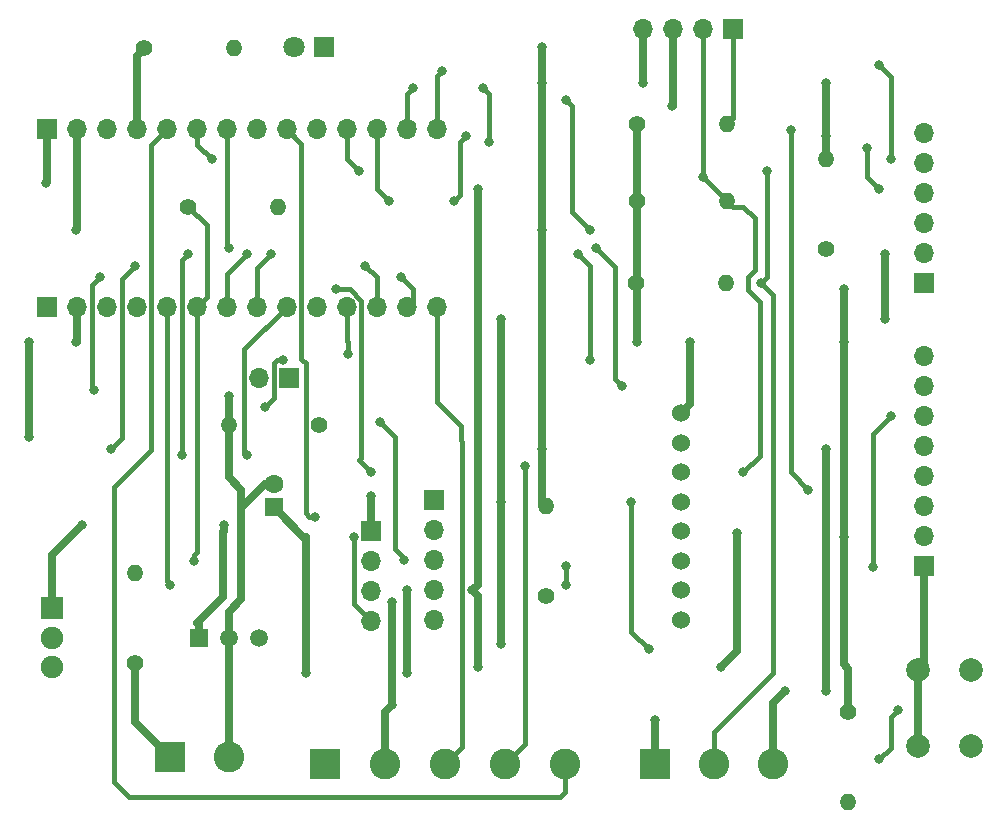
<source format=gbr>
%TF.GenerationSoftware,KiCad,Pcbnew,8.0.6-8.0.6-0~ubuntu24.04.1*%
%TF.CreationDate,2024-11-15T18:56:02-05:00*%
%TF.ProjectId,sweet-p,73776565-742d-4702-9e6b-696361645f70,rev?*%
%TF.SameCoordinates,Original*%
%TF.FileFunction,Copper,L2,Bot*%
%TF.FilePolarity,Positive*%
%FSLAX46Y46*%
G04 Gerber Fmt 4.6, Leading zero omitted, Abs format (unit mm)*
G04 Created by KiCad (PCBNEW 8.0.6-8.0.6-0~ubuntu24.04.1) date 2024-11-15 18:56:02*
%MOMM*%
%LPD*%
G01*
G04 APERTURE LIST*
%TA.AperFunction,ComponentPad*%
%ADD10C,2.000000*%
%TD*%
%TA.AperFunction,ComponentPad*%
%ADD11C,1.400000*%
%TD*%
%TA.AperFunction,ComponentPad*%
%ADD12O,1.400000X1.400000*%
%TD*%
%TA.AperFunction,ComponentPad*%
%ADD13R,1.900000X1.900000*%
%TD*%
%TA.AperFunction,ComponentPad*%
%ADD14C,1.900000*%
%TD*%
%TA.AperFunction,ComponentPad*%
%ADD15R,1.700000X1.700000*%
%TD*%
%TA.AperFunction,ComponentPad*%
%ADD16O,1.700000X1.700000*%
%TD*%
%TA.AperFunction,ComponentPad*%
%ADD17R,1.800000X1.800000*%
%TD*%
%TA.AperFunction,ComponentPad*%
%ADD18C,1.800000*%
%TD*%
%TA.AperFunction,ComponentPad*%
%ADD19R,2.600000X2.600000*%
%TD*%
%TA.AperFunction,ComponentPad*%
%ADD20C,2.600000*%
%TD*%
%TA.AperFunction,ComponentPad*%
%ADD21R,1.508000X1.508000*%
%TD*%
%TA.AperFunction,ComponentPad*%
%ADD22C,1.508000*%
%TD*%
%TA.AperFunction,ComponentPad*%
%ADD23R,1.600000X1.600000*%
%TD*%
%TA.AperFunction,ComponentPad*%
%ADD24C,1.600000*%
%TD*%
%TA.AperFunction,ComponentPad*%
%ADD25C,1.524000*%
%TD*%
%TA.AperFunction,ViaPad*%
%ADD26C,0.800000*%
%TD*%
%TA.AperFunction,Conductor*%
%ADD27C,0.400000*%
%TD*%
%TA.AperFunction,Conductor*%
%ADD28C,0.700000*%
%TD*%
G04 APERTURE END LIST*
D10*
%TO.P,SW1,1,1*%
%TO.N,A5*%
X106800000Y-78200000D03*
X106800000Y-84700000D03*
%TO.P,SW1,2,2*%
%TO.N,GND*%
X102300000Y-78200000D03*
X102300000Y-84700000D03*
%TD*%
D11*
%TO.P,R4,1*%
%TO.N,+3V3*%
X96400000Y-81790000D03*
D12*
%TO.P,R4,2*%
%TO.N,A5*%
X96400000Y-89410000D03*
%TD*%
D13*
%TO.P,S2,1*%
%TO.N,Net-(U8-+VIN)*%
X29000000Y-73000000D03*
D14*
%TO.P,S2,2*%
%TO.N,VEXT*%
X29000000Y-75500000D03*
%TO.P,S2,3*%
%TO.N,unconnected-(S2-Pad3)*%
X29000000Y-78000000D03*
%TD*%
D15*
%TO.P,U1,1,VDD*%
%TO.N,5V_DC*%
X61310000Y-63832500D03*
D16*
%TO.P,U1,2,GND*%
%TO.N,GND*%
X61310000Y-66372500D03*
%TO.P,U1,3,DELAY*%
%TO.N,Net-(J3-Pin_2)*%
X61310000Y-68912500D03*
%TO.P,U1,4,DRIVE*%
%TO.N,5V_TIMER*%
X61310000Y-71452500D03*
%TO.P,U1,5,DONE*%
%TO.N,DONE*%
X61310000Y-73992500D03*
%TD*%
D11*
%TO.P,R19,1*%
%TO.N,DONE*%
X70810000Y-72002500D03*
D12*
%TO.P,R19,2*%
%TO.N,GND*%
X70810000Y-64382500D03*
%TD*%
D17*
%TO.P,D1,1,K*%
%TO.N,GND*%
X52040000Y-25500000D03*
D18*
%TO.P,D1,2,A*%
%TO.N,Net-(D1-A)*%
X49500000Y-25500000D03*
%TD*%
D11*
%TO.P,R6,1*%
%TO.N,+3V3*%
X78380000Y-45500000D03*
D12*
%TO.P,R6,2*%
%TO.N,ONEWIRE_11*%
X86000000Y-45500000D03*
%TD*%
D19*
%TO.P,J2,1,Pin_1*%
%TO.N,VEXT*%
X39000000Y-85600000D03*
D20*
%TO.P,J2,2,Pin_2*%
%TO.N,GND*%
X44000000Y-85600000D03*
%TD*%
D19*
%TO.P,J1,1,Pin_1*%
%TO.N,+3V3*%
X80000000Y-86200000D03*
D20*
%TO.P,J1,2,Pin_2*%
%TO.N,ONEWIRE_11*%
X85000000Y-86200000D03*
%TO.P,J1,3,Pin_3*%
%TO.N,GND*%
X90000000Y-86200000D03*
%TD*%
D21*
%TO.P,U8,1,+VIN*%
%TO.N,Net-(U8-+VIN)*%
X41420000Y-75500000D03*
D22*
%TO.P,U8,2,GND*%
%TO.N,GND*%
X43960000Y-75500000D03*
%TO.P,U8,3,+VOUT*%
%TO.N,5V_DC*%
X46500000Y-75500000D03*
%TD*%
D23*
%TO.P,C2,1*%
%TO.N,5V_TIMER*%
X47750000Y-64455113D03*
D24*
%TO.P,C2,2*%
%TO.N,GND*%
X47750000Y-62455113D03*
%TD*%
D25*
%TO.P,U7,1,VIN*%
%TO.N,+3V3*%
X82200000Y-56500000D03*
%TO.P,U7,2,GND*%
%TO.N,GND*%
X82200000Y-59000000D03*
%TO.P,U7,3,SCL*%
%TO.N,SCL*%
X82200000Y-61500000D03*
%TO.P,U7,4,SDA*%
%TO.N,SDA*%
X82200000Y-64000000D03*
%TO.P,U7,5,VBAT*%
%TO.N,unconnected-(U7-VBAT-Pad5)*%
X82200000Y-66500000D03*
%TO.P,U7,6,32K*%
%TO.N,unconnected-(U7-32K-Pad6)*%
X82200000Y-69000000D03*
%TO.P,U7,7,SQW*%
%TO.N,unconnected-(U7-SQW-Pad7)*%
X82200000Y-71500000D03*
%TO.P,U7,8,RST*%
%TO.N,unconnected-(U7-RST-Pad8)*%
X82200000Y-74000000D03*
%TD*%
D11*
%TO.P,R17,1*%
%TO.N,SAT_EN*%
X94500000Y-42620000D03*
D12*
%TO.P,R17,2*%
%TO.N,GND*%
X94500000Y-35000000D03*
%TD*%
D11*
%TO.P,R13,1*%
%TO.N,VEXT*%
X36000000Y-77620000D03*
D12*
%TO.P,R13,2*%
%TO.N,BATT_A1*%
X36000000Y-70000000D03*
%TD*%
D15*
%TO.P,J6,1,Pin_1*%
%TO.N,Net-(J3-Pin_2)*%
X49040000Y-53500000D03*
D16*
%TO.P,J6,2,Pin_2*%
%TO.N,GND*%
X46500000Y-53500000D03*
%TD*%
D15*
%TO.P,J3,1,Pin_1*%
%TO.N,GND*%
X56000000Y-66500000D03*
D16*
%TO.P,J3,2,Pin_2*%
%TO.N,Net-(J3-Pin_2)*%
X56000000Y-69040000D03*
%TO.P,J3,3,Pin_3*%
%TO.N,+3V3*%
X56000000Y-71580000D03*
%TO.P,J3,4,Pin_4*%
%TO.N,DONE*%
X56000000Y-74120000D03*
%TD*%
D11*
%TO.P,R7,1*%
%TO.N,LED*%
X36800000Y-25600000D03*
D12*
%TO.P,R7,2*%
%TO.N,Net-(D1-A)*%
X44420000Y-25600000D03*
%TD*%
D11*
%TO.P,R12,1*%
%TO.N,+3V3*%
X78500000Y-38500000D03*
D12*
%TO.P,R12,2*%
%TO.N,SCL*%
X86120000Y-38500000D03*
%TD*%
D15*
%TO.P,A2,1,RESET*%
%TO.N,unconnected-(A2-RESET-Pad1)*%
X28520000Y-47500000D03*
D16*
%TO.P,A2,2,3V*%
%TO.N,+3V3*%
X31060000Y-47500000D03*
%TO.P,A2,3,EN*%
%TO.N,unconnected-(A2-EN-Pad3)*%
X33600000Y-47500000D03*
%TO.P,A2,4,VHI*%
%TO.N,VHI*%
X36140000Y-47500000D03*
%TO.P,A2,5,A0*%
%TO.N,A0*%
X38680000Y-47500000D03*
%TO.P,A2,6,A1*%
%TO.N,BATT_A1*%
X41220000Y-47500000D03*
%TO.P,A2,7,A2*%
%TO.N,A2*%
X43760000Y-47500000D03*
%TO.P,A2,8,A3*%
%TO.N,A3*%
X46300000Y-47500000D03*
%TO.P,A2,9,A4*%
%TO.N,TX_A4*%
X48840000Y-47500000D03*
%TO.P,A2,10,A5*%
%TO.N,A5*%
X51380000Y-47500000D03*
%TO.P,A2,11,SCK*%
%TO.N,SCK*%
X53920000Y-47500000D03*
%TO.P,A2,12,M0*%
%TO.N,MOSI*%
X56460000Y-47500000D03*
%TO.P,A2,13,MI*%
%TO.N,MISO*%
X59000000Y-47500000D03*
%TO.P,A2,14,D2*%
%TO.N,RX_D2*%
X61540000Y-47500000D03*
%TO.P,A2,15,RX*%
%TO.N,RX*%
X61570000Y-32465000D03*
%TO.P,A2,16,TX*%
%TO.N,TX*%
X59030000Y-32465000D03*
%TO.P,A2,17,SDA*%
%TO.N,SDA*%
X56490000Y-32465000D03*
%TO.P,A2,18,SCL*%
%TO.N,SCL*%
X53950000Y-32465000D03*
%TO.P,A2,19,5!*%
%TO.N,unconnected-(A2-5!-Pad19)*%
X51410000Y-32465000D03*
%TO.P,A2,20,7*%
%TO.N,DONE*%
X48870000Y-32465000D03*
%TO.P,A2,21,9*%
%TO.N,SAT_EN*%
X46330000Y-32465000D03*
%TO.P,A2,22,10*%
%TO.N,SD_CS*%
X43790000Y-32465000D03*
%TO.P,A2,23,11*%
%TO.N,ONEWIRE_11*%
X41250000Y-32465000D03*
%TO.P,A2,24,12*%
%TO.N,D12*%
X38710000Y-32465000D03*
%TO.P,A2,25,13*%
%TO.N,LED*%
X36170000Y-32465000D03*
%TO.P,A2,26,USB*%
%TO.N,unconnected-(A2-USB-Pad26)*%
X33630000Y-32465000D03*
%TO.P,A2,27,GND*%
%TO.N,GND*%
X31090000Y-32465000D03*
D15*
%TO.P,A2,28,BAT*%
%TO.N,5V_TIMER*%
X28550000Y-32465000D03*
%TD*%
D11*
%TO.P,R2,1*%
%TO.N,Net-(J3-Pin_2)*%
X51540000Y-57500000D03*
D12*
%TO.P,R2,2*%
%TO.N,GND*%
X43920000Y-57500000D03*
%TD*%
D15*
%TO.P,J7,1,Pin_1*%
%TO.N,+3V3*%
X102800000Y-45500000D03*
D16*
%TO.P,J7,2,Pin_2*%
%TO.N,5V_DC*%
X102800000Y-42960000D03*
%TO.P,J7,3,Pin_3*%
%TO.N,SAT_EN*%
X102800000Y-40420000D03*
%TO.P,J7,4,Pin_4*%
%TO.N,TX*%
X102800000Y-37880000D03*
%TO.P,J7,5,Pin_5*%
%TO.N,RX*%
X102800000Y-35340000D03*
%TO.P,J7,6,Pin_6*%
%TO.N,GND*%
X102800000Y-32800000D03*
%TD*%
D11*
%TO.P,R9,1*%
%TO.N,+3V3*%
X78500000Y-32000000D03*
D12*
%TO.P,R9,2*%
%TO.N,SDA*%
X86120000Y-32000000D03*
%TD*%
D16*
%TO.P,J8,8,Pin_8*%
%TO.N,A3*%
X102762000Y-51638000D03*
%TO.P,J8,7,Pin_7*%
%TO.N,A2*%
X102762000Y-54178000D03*
%TO.P,J8,6,Pin_6*%
%TO.N,A0*%
X102762000Y-56718000D03*
%TO.P,J8,5,Pin_5*%
%TO.N,SCL*%
X102762000Y-59258000D03*
%TO.P,J8,4,Pin_4*%
%TO.N,SDA*%
X102762000Y-61798000D03*
%TO.P,J8,3,Pin_3*%
%TO.N,5V_TIMER*%
X102762000Y-64338000D03*
%TO.P,J8,2,Pin_2*%
%TO.N,+3V3*%
X102762000Y-66878000D03*
D15*
%TO.P,J8,1,Pin_1*%
%TO.N,GND*%
X102762000Y-69418000D03*
%TD*%
D16*
%TO.P,U4,1,GND*%
%TO.N,GND*%
X79000000Y-24000000D03*
%TO.P,U4,2,3V3*%
%TO.N,+3V3*%
X81540000Y-24000000D03*
%TO.P,U4,3,SCL*%
%TO.N,SCL*%
X84080000Y-24000000D03*
D15*
%TO.P,U4,4,SDA*%
%TO.N,SDA*%
X86620000Y-24000000D03*
%TD*%
D19*
%TO.P,J5,1,Pin_1*%
%TO.N,GND*%
X52080000Y-86200000D03*
D20*
%TO.P,J5,2,Pin_2*%
%TO.N,+3V3*%
X57160000Y-86200000D03*
%TO.P,J5,3,Pin_3*%
%TO.N,RX_D2*%
X62240000Y-86200000D03*
%TO.P,J5,4,Pin_4*%
%TO.N,TX_A4*%
X67320000Y-86200000D03*
%TO.P,J5,5,Pin_5*%
%TO.N,D12*%
X72400000Y-86200000D03*
%TD*%
D11*
%TO.P,R15,1*%
%TO.N,BATT_A1*%
X40500000Y-39000000D03*
D12*
%TO.P,R15,2*%
%TO.N,GND*%
X48120000Y-39000000D03*
%TD*%
D26*
%TO.N,A2*%
X77200000Y-54178000D03*
%TO.N,A5*%
X99000000Y-85800000D03*
X100600000Y-81600000D03*
%TO.N,TX*%
X98000000Y-34000000D03*
%TO.N,5V_TIMER*%
X87000000Y-66600000D03*
X85600000Y-78000000D03*
%TO.N,A0*%
X98500000Y-69500000D03*
X100000000Y-56718000D03*
%TO.N,SDA*%
X91500000Y-32500000D03*
X93000000Y-63000000D03*
%TO.N,SCL*%
X87500000Y-61500000D03*
%TO.N,A3*%
X74500000Y-52000000D03*
%TO.N,RX*%
X99000000Y-27000000D03*
X100000000Y-35000000D03*
%TO.N,TX*%
X99000000Y-37500000D03*
%TO.N,GND*%
X94500000Y-33000000D03*
%TO.N,+3V3*%
X96000000Y-46000000D03*
%TO.N,5V_DC*%
X99500000Y-43000000D03*
X99500000Y-48500000D03*
%TO.N,A5*%
X79500000Y-76500000D03*
X78000000Y-64000000D03*
%TO.N,5V_TIMER*%
X65000000Y-78000000D03*
%TO.N,+3V3*%
X96000000Y-67000000D03*
%TO.N,GND*%
X91000000Y-80000000D03*
X94500000Y-80000000D03*
%TO.N,+3V3*%
X80000000Y-82500000D03*
X57750000Y-81200000D03*
%TO.N,A2*%
X75000000Y-42500000D03*
X45500000Y-43000000D03*
%TO.N,A5*%
X56000000Y-61500000D03*
X53000000Y-46000000D03*
%TO.N,TX*%
X65500000Y-29000000D03*
X66000000Y-33500000D03*
X59500000Y-29000000D03*
%TO.N,RX*%
X62000000Y-27500000D03*
%TO.N,SAT_EN*%
X74500000Y-41000000D03*
X72500000Y-30000000D03*
%TO.N,GND*%
X70500000Y-59500000D03*
X56000000Y-63500000D03*
X31000000Y-41000000D03*
X94500000Y-59500000D03*
X70500000Y-41000000D03*
X44000000Y-55000000D03*
X70500000Y-25500000D03*
X70500000Y-28500000D03*
X94500000Y-28500000D03*
X79000000Y-28500000D03*
%TO.N,+3V3*%
X96000000Y-50500000D03*
X83000000Y-50500000D03*
X78500000Y-50500000D03*
X31000000Y-50500000D03*
X27000000Y-58500000D03*
X57750000Y-72500000D03*
X27000000Y-50500000D03*
X81500000Y-30500000D03*
%TO.N,SDA*%
X64000000Y-33000000D03*
X63000000Y-38500000D03*
X57500000Y-38500000D03*
%TO.N,SCL*%
X84080000Y-36460000D03*
X55000000Y-36000000D03*
%TO.N,SD_CS*%
X40000000Y-60000000D03*
X44000000Y-42500000D03*
X40500000Y-43000000D03*
%TO.N,MOSI*%
X36000000Y-44000000D03*
X34000000Y-59500000D03*
X55500000Y-44000000D03*
%TO.N,SCK*%
X48500000Y-52000000D03*
X47000000Y-56000000D03*
X54000000Y-51500000D03*
%TO.N,MISO*%
X58500000Y-45000000D03*
X33000000Y-45000000D03*
X32500000Y-54500000D03*
%TO.N,DONE*%
X54500000Y-67000000D03*
X72500000Y-71002500D03*
X72500000Y-69402500D03*
X51250000Y-65250000D03*
%TO.N,Net-(J3-Pin_2)*%
X56750000Y-57250000D03*
X58750000Y-68912500D03*
%TO.N,TX_A4*%
X69000000Y-61000000D03*
X45500000Y-60000000D03*
%TO.N,5V_TIMER*%
X50500000Y-78500000D03*
X65000000Y-37500000D03*
X64500000Y-71500000D03*
X28500000Y-37000000D03*
X59000000Y-78500000D03*
X59000000Y-71500000D03*
%TO.N,ONEWIRE_11*%
X42500000Y-35000000D03*
X89000000Y-45500000D03*
X89500000Y-36000000D03*
%TO.N,BATT_A1*%
X41000000Y-69000000D03*
%TO.N,A3*%
X73500000Y-43000000D03*
X47500000Y-43000000D03*
%TO.N,A0*%
X39000000Y-71000000D03*
%TO.N,5V_DC*%
X67000000Y-64000000D03*
X67000000Y-48500000D03*
X67000000Y-76000000D03*
%TO.N,Net-(U8-+VIN)*%
X43500000Y-66000000D03*
X31500000Y-66000000D03*
%TD*%
D27*
%TO.N,A2*%
X75000000Y-42500000D02*
X76600000Y-44100000D01*
X76600000Y-44100000D02*
X76600000Y-53578000D01*
X76600000Y-53578000D02*
X77200000Y-54178000D01*
%TO.N,A5*%
X100000000Y-84800000D02*
X100000000Y-82200000D01*
X99000000Y-85800000D02*
X100000000Y-84800000D01*
X100000000Y-82200000D02*
X100600000Y-81600000D01*
D28*
%TO.N,GND*%
X102300000Y-78200000D02*
X102300000Y-84700000D01*
X102762000Y-69418000D02*
X102762000Y-77738000D01*
X102762000Y-77738000D02*
X102300000Y-78200000D01*
D27*
%TO.N,RX_D2*%
X63700000Y-58900000D02*
X63600000Y-58800000D01*
X63700000Y-84740000D02*
X63700000Y-58900000D01*
X63600000Y-58800000D02*
X63600000Y-57600000D01*
X62240000Y-86200000D02*
X63700000Y-84740000D01*
X63600000Y-57600000D02*
X62750000Y-56750000D01*
D28*
%TO.N,+3V3*%
X96000000Y-77740000D02*
X96400000Y-78140000D01*
X96400000Y-78140000D02*
X96400000Y-81790000D01*
%TO.N,5V_TIMER*%
X87000000Y-76600000D02*
X85600000Y-78000000D01*
X87000000Y-66600000D02*
X87000000Y-76600000D01*
D27*
%TO.N,A0*%
X98500000Y-58218000D02*
X100000000Y-56718000D01*
X98500000Y-69500000D02*
X98500000Y-58218000D01*
%TO.N,SDA*%
X91500000Y-61500000D02*
X93000000Y-63000000D01*
X91500000Y-32500000D02*
X91500000Y-61500000D01*
%TO.N,SCL*%
X88900000Y-47100000D02*
X88900000Y-60000000D01*
X88900000Y-60100000D02*
X87500000Y-61500000D01*
X88900000Y-60000000D02*
X88900000Y-60100000D01*
%TO.N,A3*%
X74500000Y-52000000D02*
X74500000Y-44000000D01*
%TO.N,RX*%
X100000000Y-28000000D02*
X99000000Y-27000000D01*
X100000000Y-35000000D02*
X100000000Y-28000000D01*
%TO.N,TX*%
X98000000Y-36500000D02*
X99000000Y-37500000D01*
X98000000Y-34000000D02*
X98000000Y-36500000D01*
D28*
%TO.N,GND*%
X94500000Y-28500000D02*
X94500000Y-33000000D01*
X94500000Y-33000000D02*
X94500000Y-35000000D01*
%TO.N,+3V3*%
X96000000Y-46000000D02*
X96000000Y-50500000D01*
%TO.N,5V_DC*%
X99500000Y-48500000D02*
X99500000Y-43000000D01*
%TO.N,+3V3*%
X83000000Y-50500000D02*
X83000000Y-55700000D01*
X83000000Y-55700000D02*
X82200000Y-56500000D01*
D27*
%TO.N,ONEWIRE_11*%
X89000000Y-45500000D02*
X90000000Y-46500000D01*
X90000000Y-46500000D02*
X90000000Y-78500000D01*
X90000000Y-78500000D02*
X85000000Y-83500000D01*
X85000000Y-83500000D02*
X85000000Y-86200000D01*
%TO.N,A5*%
X78000000Y-75000000D02*
X79500000Y-76500000D01*
X78000000Y-64000000D02*
X78000000Y-75000000D01*
D28*
%TO.N,5V_TIMER*%
X65000000Y-78000000D02*
X65000000Y-72000000D01*
X65000000Y-72000000D02*
X64500000Y-71500000D01*
D27*
%TO.N,D12*%
X72000000Y-89000000D02*
X72400000Y-88600000D01*
X72400000Y-88600000D02*
X72400000Y-86200000D01*
%TO.N,TX_A4*%
X69000000Y-61000000D02*
X69000000Y-84520000D01*
X69000000Y-84520000D02*
X67320000Y-86200000D01*
D28*
%TO.N,+3V3*%
X96000000Y-77740000D02*
X96000000Y-67000000D01*
X96000000Y-67000000D02*
X96000000Y-50500000D01*
%TO.N,GND*%
X90000000Y-81000000D02*
X91000000Y-80000000D01*
X90000000Y-86200000D02*
X90000000Y-81000000D01*
%TO.N,+3V3*%
X80000000Y-82500000D02*
X80000000Y-86200000D01*
X57750000Y-81200000D02*
X57160000Y-81790000D01*
X57750000Y-72500000D02*
X57750000Y-81200000D01*
X57160000Y-81790000D02*
X57160000Y-86200000D01*
D27*
%TO.N,A2*%
X43760000Y-44740000D02*
X43760000Y-47500000D01*
X45500000Y-43000000D02*
X43760000Y-44740000D01*
%TO.N,A5*%
X55170000Y-60330000D02*
X55170000Y-46982233D01*
X55170000Y-46982233D02*
X54187767Y-46000000D01*
X54187767Y-46000000D02*
X53000000Y-46000000D01*
X55000000Y-60500000D02*
X55170000Y-60330000D01*
X56000000Y-61500000D02*
X55000000Y-60500000D01*
%TO.N,TX*%
X59030000Y-32465000D02*
X59030000Y-29470000D01*
X59500000Y-31995000D02*
X59030000Y-32465000D01*
X66000000Y-33500000D02*
X66000000Y-29500000D01*
X66000000Y-29500000D02*
X65500000Y-29000000D01*
X59030000Y-29470000D02*
X59500000Y-29000000D01*
%TO.N,RX*%
X61570000Y-27930000D02*
X61570000Y-32465000D01*
X62000000Y-27500000D02*
X61570000Y-27930000D01*
%TO.N,SAT_EN*%
X73000000Y-39500000D02*
X73000000Y-30500000D01*
X74500000Y-41000000D02*
X73000000Y-39500000D01*
X73000000Y-30500000D02*
X72500000Y-30000000D01*
D28*
%TO.N,GND*%
X94500000Y-59500000D02*
X94500000Y-80000000D01*
X70500000Y-25500000D02*
X70500000Y-29500000D01*
X43920000Y-57500000D02*
X43920000Y-55080000D01*
X31090000Y-40910000D02*
X31000000Y-41000000D01*
X43920000Y-61920000D02*
X45000000Y-63000000D01*
X43960000Y-80960000D02*
X43960000Y-75500000D01*
X45000000Y-72250000D02*
X45000000Y-71500000D01*
X44000000Y-81000000D02*
X43960000Y-80960000D01*
X70500000Y-28500000D02*
X70500000Y-29500000D01*
X47750000Y-62455113D02*
X47044887Y-62455113D01*
X45000000Y-64500000D02*
X45000000Y-71500000D01*
X43920000Y-55080000D02*
X44000000Y-55000000D01*
X70500000Y-59500000D02*
X70500000Y-64072500D01*
X56000000Y-63500000D02*
X56000000Y-66500000D01*
X70500000Y-29500000D02*
X70500000Y-41000000D01*
X70500000Y-59500000D02*
X70500000Y-41000000D01*
X47044887Y-62455113D02*
X45000000Y-64500000D01*
X43960000Y-75500000D02*
X43960000Y-73290000D01*
X70500000Y-64072500D02*
X70810000Y-64382500D01*
X31090000Y-32465000D02*
X31090000Y-40910000D01*
X44000000Y-85600000D02*
X44000000Y-81000000D01*
X43960000Y-73290000D02*
X45000000Y-72250000D01*
X79000000Y-24000000D02*
X79000000Y-28500000D01*
X45000000Y-63000000D02*
X45000000Y-64500000D01*
X43920000Y-57500000D02*
X43920000Y-61920000D01*
%TO.N,+3V3*%
X78500000Y-45380000D02*
X78380000Y-45500000D01*
X81540000Y-30460000D02*
X81500000Y-30500000D01*
X31060000Y-47500000D02*
X31060000Y-50440000D01*
X31060000Y-50440000D02*
X31000000Y-50500000D01*
X78500000Y-45620000D02*
X78380000Y-45500000D01*
X78500000Y-38500000D02*
X78500000Y-45380000D01*
X78500000Y-32000000D02*
X78500000Y-38500000D01*
X78500000Y-50500000D02*
X78500000Y-45620000D01*
X27000000Y-58500000D02*
X27000000Y-50500000D01*
X81540000Y-24000000D02*
X81540000Y-30460000D01*
D27*
%TO.N,SDA*%
X63500000Y-38000000D02*
X63000000Y-38500000D01*
X86620000Y-24000000D02*
X86620000Y-31500000D01*
X56490000Y-37490000D02*
X56490000Y-32465000D01*
X63500000Y-33500000D02*
X63500000Y-38000000D01*
X57500000Y-38500000D02*
X56490000Y-37490000D01*
X86620000Y-31500000D02*
X86120000Y-32000000D01*
X64000000Y-33000000D02*
X63500000Y-33500000D01*
%TO.N,SCL*%
X88500000Y-44400000D02*
X87900000Y-45000000D01*
X87900000Y-46100000D02*
X88900000Y-47100000D01*
X84080000Y-24000000D02*
X84080000Y-36460000D01*
X86620000Y-39000000D02*
X86120000Y-38500000D01*
X88500000Y-40000000D02*
X88500000Y-40400000D01*
X87900000Y-45000000D02*
X87900000Y-46100000D01*
X87500000Y-39000000D02*
X88500000Y-40000000D01*
X53950000Y-34950000D02*
X55000000Y-36000000D01*
X87500000Y-39000000D02*
X86620000Y-39000000D01*
X84080000Y-36460000D02*
X86120000Y-38500000D01*
X53950000Y-32465000D02*
X53950000Y-34950000D01*
X88500000Y-40400000D02*
X88500000Y-44400000D01*
%TO.N,SD_CS*%
X44000000Y-42500000D02*
X43790000Y-42290000D01*
X40000000Y-60000000D02*
X39970000Y-59970000D01*
X43790000Y-42290000D02*
X43790000Y-32465000D01*
X39970000Y-43530000D02*
X40500000Y-43000000D01*
X39970000Y-59970000D02*
X39970000Y-43530000D01*
%TO.N,MOSI*%
X56460000Y-44960000D02*
X55500000Y-44000000D01*
X34890000Y-58610000D02*
X34000000Y-59500000D01*
X36000000Y-44000000D02*
X34890000Y-45110000D01*
X34890000Y-45110000D02*
X34890000Y-58610000D01*
X56460000Y-47500000D02*
X56460000Y-44960000D01*
%TO.N,SCK*%
X47000000Y-56000000D02*
X47750000Y-55250000D01*
X53920000Y-50420000D02*
X53920000Y-47500000D01*
X48000000Y-52000000D02*
X48500000Y-52000000D01*
X47750000Y-52250000D02*
X48000000Y-52000000D01*
X47750000Y-55250000D02*
X47750000Y-52250000D01*
X54000000Y-50500000D02*
X53920000Y-50420000D01*
X54000000Y-51500000D02*
X54000000Y-50500000D01*
%TO.N,MISO*%
X32500000Y-54500000D02*
X32350000Y-54350000D01*
X59500000Y-47000000D02*
X59000000Y-47500000D01*
X59500000Y-46000000D02*
X59500000Y-47000000D01*
X32350000Y-54350000D02*
X32350000Y-45650000D01*
X58500000Y-45000000D02*
X59500000Y-46000000D01*
X32350000Y-45650000D02*
X33000000Y-45000000D01*
%TO.N,DONE*%
X50440000Y-64940000D02*
X50750000Y-65250000D01*
X50090000Y-33685000D02*
X48870000Y-32465000D01*
X50440000Y-52260000D02*
X50090000Y-51910000D01*
X54500000Y-67000000D02*
X54500000Y-72620000D01*
X72500000Y-69402500D02*
X72500000Y-71002500D01*
X54500000Y-72620000D02*
X56000000Y-74120000D01*
X50750000Y-65250000D02*
X51250000Y-65250000D01*
X50090000Y-51910000D02*
X50090000Y-33685000D01*
X50440000Y-64940000D02*
X50440000Y-52260000D01*
D28*
%TO.N,LED*%
X36170000Y-26230000D02*
X36800000Y-25600000D01*
X36170000Y-32465000D02*
X36170000Y-26230000D01*
%TO.N,VEXT*%
X36000000Y-82600000D02*
X39000000Y-85600000D01*
X36000000Y-77620000D02*
X36000000Y-82600000D01*
D27*
%TO.N,Net-(J3-Pin_2)*%
X58000000Y-68000000D02*
X58000000Y-58500000D01*
X58750000Y-68912500D02*
X58750000Y-68750000D01*
X58750000Y-68750000D02*
X58000000Y-68000000D01*
X58000000Y-58500000D02*
X56750000Y-57250000D01*
%TO.N,TX_A4*%
X48840000Y-47500000D02*
X45250000Y-51090000D01*
X45250000Y-59750000D02*
X45500000Y-60000000D01*
X45250000Y-51090000D02*
X45250000Y-59750000D01*
%TO.N,D12*%
X37390000Y-59610000D02*
X34250000Y-62750000D01*
X34250000Y-62750000D02*
X34250000Y-87750000D01*
X34250000Y-87750000D02*
X35500000Y-89000000D01*
X35500000Y-89000000D02*
X72000000Y-89000000D01*
X38710000Y-32465000D02*
X37390000Y-33785000D01*
X37390000Y-33785000D02*
X37390000Y-59610000D01*
D28*
%TO.N,5V_TIMER*%
X59000000Y-78500000D02*
X59000000Y-71500000D01*
X50500000Y-67750000D02*
X50500000Y-67205113D01*
X28550000Y-36950000D02*
X28500000Y-37000000D01*
X50500000Y-67000000D02*
X50500000Y-67750000D01*
X50500000Y-67205113D02*
X47750000Y-64455113D01*
X65000000Y-71000000D02*
X64500000Y-71500000D01*
X65000000Y-37500000D02*
X65000000Y-71000000D01*
X28550000Y-32465000D02*
X28550000Y-36950000D01*
X50500000Y-67750000D02*
X50500000Y-78500000D01*
D27*
%TO.N,RX_D2*%
X61540000Y-52000000D02*
X61540000Y-54040000D01*
X61540000Y-54040000D02*
X61540000Y-55540000D01*
X61540000Y-55540000D02*
X62750000Y-56750000D01*
X61540000Y-47500000D02*
X61540000Y-52000000D01*
%TO.N,ONEWIRE_11*%
X89500000Y-36000000D02*
X89500000Y-45000000D01*
X41250000Y-33750000D02*
X42500000Y-35000000D01*
X41250000Y-32465000D02*
X41250000Y-33750000D01*
X89500000Y-45000000D02*
X89000000Y-45500000D01*
%TO.N,BATT_A1*%
X40500000Y-39000000D02*
X42070000Y-40570000D01*
X42070000Y-46650000D02*
X41220000Y-47500000D01*
X42070000Y-40570000D02*
X42070000Y-46650000D01*
X41220000Y-68280000D02*
X41220000Y-47500000D01*
X41000000Y-68500000D02*
X41220000Y-68280000D01*
X41000000Y-69000000D02*
X41000000Y-68500000D01*
%TO.N,A3*%
X74500000Y-44000000D02*
X73500000Y-43000000D01*
X47500000Y-43000000D02*
X46300000Y-44200000D01*
X46300000Y-44200000D02*
X46300000Y-47500000D01*
%TO.N,A0*%
X39000000Y-71000000D02*
X38680000Y-70680000D01*
X38680000Y-70680000D02*
X38680000Y-47500000D01*
D28*
%TO.N,5V_DC*%
X67000000Y-64000000D02*
X67000000Y-48500000D01*
X67000000Y-76000000D02*
X67000000Y-64000000D01*
%TO.N,Net-(U8-+VIN)*%
X43500000Y-66000000D02*
X43500000Y-66500000D01*
X41250000Y-74250000D02*
X41420000Y-74420000D01*
X29000000Y-68500000D02*
X31500000Y-66000000D01*
X43460000Y-72040000D02*
X41250000Y-74250000D01*
X29000000Y-73000000D02*
X29000000Y-68500000D01*
X41420000Y-74420000D02*
X41420000Y-75500000D01*
X43500000Y-66500000D02*
X43460000Y-66540000D01*
X43460000Y-66540000D02*
X43460000Y-72040000D01*
%TD*%
M02*

</source>
